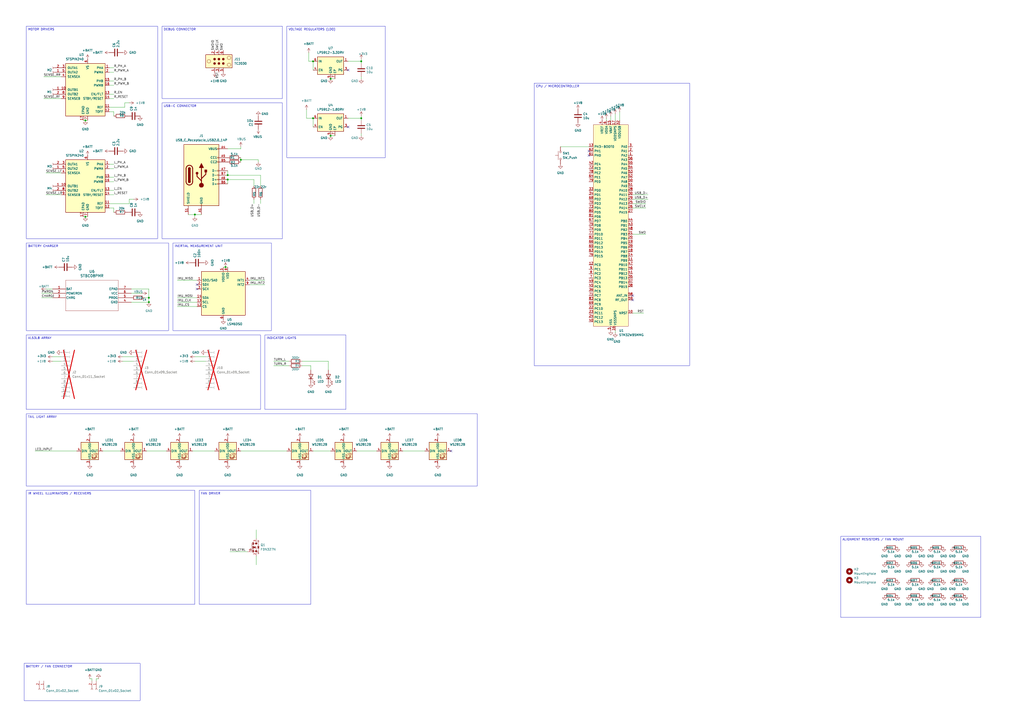
<source format=kicad_sch>
(kicad_sch (version 20250114) (generator "eeschema") (generator_version "9.0")
  (paper "A2")
  (text_box "ALIGNMENT RESISTORS / FAN MOUNT" (at 487.68 311.15 0) (size 81.28 46.99) (margins 0.9525 0.9525 0.9525 0.9525) (effects (font (size 1.27 1.27)) (justify left top)))
  (text_box "MOTOR DRIVERS" (at 15.24 15.24 0) (size 76.2 123.19) (margins 0.9525 0.9525 0.9525 0.9525) (effects (font (size 1.27 1.27)) (justify left top)))
  (text_box "CPU / MICROCONTROLLER" (at 309.88 48.26 0) (size 90.17 163.83) (margins 0.9525 0.9525 0.9525 0.9525) (effects (font (size 1.27 1.27)) (justify left top)))
  (text_box "INERTIAL MEASUREMENT UNIT" (at 100.33 140.97 0) (size 57.15 50.8) (margins 0.9525 0.9525 0.9525 0.9525) (effects (font (size 1.27 1.27)) (justify left top)))
  (text_box "IR WHEEL ILLUMINATORS / RECEIVERS" (at 15.24 284.48 0) (size 97.79 66.04) (margins 0.9525 0.9525 0.9525 0.9525) (effects (font (size 1.27 1.27)) (justify left top)))
  (text_box "VOLTAGE REGULATORS (LDO)" (at 166.37 15.24 0) (size 57.15 76.2) (margins 0.9525 0.9525 0.9525 0.9525) (effects (font (size 1.27 1.27)) (justify left top)))
  (text_box "BATTERY / FAN CONNECTOR" (at 13.97 384.81 0) (size 67.31 21.59) (margins 0.9525 0.9525 0.9525 0.9525) (effects (font (size 1.27 1.27)) (justify left top)))
  (text_box "USB-C CONNECTOR" (at 93.98 59.69 0) (size 69.85 78.74) (margins 0.9525 0.9525 0.9525 0.9525) (effects (font (size 1.27 1.27)) (justify left top)))
  (text_box "TAIL LIGHT ARRAY" (at 15.24 240.03 0) (size 261.62 41.91) (margins 0.9525 0.9525 0.9525 0.9525) (effects (font (size 1.27 1.27)) (justify left top)))
  (text_box "BATTERY CHARGER" (at 15.24 140.97 0) (size 82.55 50.8) (margins 0.9525 0.9525 0.9525 0.9525) (effects (font (size 1.27 1.27)) (justify left top)))
  (text_box "INDICATOR LIGHTS" (at 153.67 194.31 0) (size 46.99 43.18) (margins 0.9525 0.9525 0.9525 0.9525) (effects (font (size 1.27 1.27)) (justify left top)))
  (text_box "FAN DRIVER" (at 115.57 284.48 0) (size 64.77 66.04) (margins 0.9525 0.9525 0.9525 0.9525) (effects (font (size 1.27 1.27)) (justify left top)))
  (text_box "VL53L8 ARRAY" (at 15.24 194.31 0) (size 135.89 43.18) (margins 0.9525 0.9525 0.9525 0.9525) (effects (font (size 1.27 1.27)) (justify left top)))
  (text_box "DEBUG CONNECTOR" (at 93.98 15.24 0) (size 69.85 41.91) (margins 0.9525 0.9525 0.9525 0.9525) (effects (font (size 1.27 1.27)) (justify left top)))
  (junction (at 49.53 125.73))
  (junction (at 86.36 172.72))
  (junction (at 191.77 45.72))
  (junction (at 181.61 35.56))
  (junction (at 209.55 35.56))
  (junction (at 130.81 154.94))
  (junction (at 191.77 78.74))
  (junction (at 49.53 69.85))
  (junction (at 132.08 101.6))
  (junction (at 209.55 68.58))
  (junction (at 132.08 104.14))
  (junction (at 139.7 92.71))
  (junction (at 113.03 124.46))
  (junction (at 86.36 175.26))
  (junction (at 181.61 68.58))
  (no_connect (at 114.3 165.1))
  (no_connect (at 367.03 171.45))
  (no_connect (at 367.03 173.99))
  (no_connect (at 261.62 261.62))
  (no_connect (at 341.63 87.63))
  (no_connect (at 201.93 73.66))
  (no_connect (at 201.93 40.64))
  (no_connect (at 114.3 167.64))
  (no_connect (at 341.63 90.17))
  (wire (pts (xy 49.53 125.73) (xy 50.8 125.73)))
  (wire (pts (xy 158.75 212.09) (xy 167.64 212.09)))
  (wire (pts (xy 63.5 57.15) (xy 66.04 57.15)))
  (wire (pts (xy 367.03 113.03) (xy 375.92 113.03)))
  (wire (pts (xy 356.87 193.04) (xy 356.87 191.77)))
  (wire (pts (xy 63.5 64.77) (xy 66.04 64.77)))
  (wire (pts (xy 113.03 207.01) (xy 119.38 207.01)))
  (wire (pts (xy 180.34 212.09) (xy 180.34 214.63)))
  (wire (pts (xy 351.79 68.58) (xy 351.79 69.85)))
  (wire (pts (xy 175.26 212.09) (xy 180.34 212.09)))
  (wire (pts (xy 63.5 97.79) (xy 66.04 97.79)))
  (wire (pts (xy 133.35 320.04) (xy 143.51 320.04)))
  (wire (pts (xy 102.87 175.26) (xy 114.3 175.26)))
  (wire (pts (xy 201.93 35.56) (xy 209.55 35.56)))
  (wire (pts (xy 30.48 209.55) (xy 35.56 209.55)))
  (wire (pts (xy 179.07 30.48) (xy 179.07 35.56)))
  (wire (pts (xy 63.5 102.87) (xy 66.04 102.87)))
  (wire (pts (xy 139.7 92.71) (xy 149.86 92.71)))
  (wire (pts (xy 148.59 307.34) (xy 148.59 312.42)))
  (wire (pts (xy 113.03 209.55) (xy 119.38 209.55)))
  (wire (pts (xy 63.5 95.25) (xy 66.04 95.25)))
  (wire (pts (xy 59.69 261.62) (xy 69.85 261.62)))
  (wire (pts (xy 132.08 86.36) (xy 139.7 86.36)))
  (wire (pts (xy 74.93 118.11) (xy 63.5 118.11)))
  (wire (pts (xy 148.59 322.58) (xy 148.59 327.66)))
  (wire (pts (xy 76.2 170.18) (xy 82.55 170.18)))
  (wire (pts (xy 26.67 100.33) (xy 35.56 100.33)))
  (wire (pts (xy 209.55 77.47) (xy 209.55 78.74)))
  (wire (pts (xy 24.13 172.72) (xy 30.48 172.72)))
  (wire (pts (xy 181.61 68.58) (xy 181.61 73.66)))
  (wire (pts (xy 130.81 154.94) (xy 132.08 154.94)))
  (wire (pts (xy 191.77 45.72) (xy 194.31 45.72)))
  (wire (pts (xy 86.36 172.72) (xy 86.36 175.26)))
  (wire (pts (xy 367.03 181.61) (xy 373.38 181.61)))
  (wire (pts (xy 132.08 104.14) (xy 132.08 106.68)))
  (wire (pts (xy 109.22 124.46) (xy 113.03 124.46)))
  (wire (pts (xy 83.82 172.72) (xy 86.36 172.72)))
  (wire (pts (xy 209.55 68.58) (xy 209.55 69.85)))
  (wire (pts (xy 76.2 175.26) (xy 86.36 175.26)))
  (wire (pts (xy 354.33 67.31) (xy 354.33 69.85)))
  (wire (pts (xy 24.13 170.18) (xy 30.48 170.18)))
  (wire (pts (xy 57.15 393.7) (xy 55.88 393.7)))
  (wire (pts (xy 74.93 115.57) (xy 77.47 115.57)))
  (wire (pts (xy 139.7 85.09) (xy 139.7 86.36)))
  (wire (pts (xy 147.32 115.57) (xy 147.32 118.11)))
  (wire (pts (xy 25.4 57.15) (xy 35.56 57.15)))
  (wire (pts (xy 66.04 64.77) (xy 66.04 67.31)))
  (wire (pts (xy 132.08 104.14) (xy 147.32 104.14)))
  (wire (pts (xy 63.5 46.99) (xy 66.04 46.99)))
  (wire (pts (xy 233.68 261.62) (xy 246.38 261.62)))
  (wire (pts (xy 209.55 67.31) (xy 209.55 68.58)))
  (wire (pts (xy 356.87 66.04) (xy 356.87 69.85)))
  (wire (pts (xy 63.5 120.65) (xy 66.04 120.65)))
  (wire (pts (xy 111.76 261.62) (xy 124.46 261.62)))
  (wire (pts (xy 113.03 125.73) (xy 113.03 124.46)))
  (wire (pts (xy 209.55 35.56) (xy 209.55 36.83)))
  (wire (pts (xy 71.12 209.55) (xy 77.47 209.55)))
  (wire (pts (xy 132.08 101.6) (xy 132.08 99.06)))
  (wire (pts (xy 85.09 261.62) (xy 96.52 261.62)))
  (wire (pts (xy 139.7 261.62) (xy 166.37 261.62)))
  (wire (pts (xy 190.5 209.55) (xy 190.5 214.63)))
  (wire (pts (xy 86.36 167.64) (xy 86.36 172.72)))
  (wire (pts (xy 191.77 78.74) (xy 194.31 78.74)))
  (wire (pts (xy 177.8 63.5) (xy 177.8 68.58)))
  (wire (pts (xy 367.03 135.89) (xy 374.65 135.89)))
  (wire (pts (xy 74.93 115.57) (xy 74.93 118.11)))
  (wire (pts (xy 149.86 92.71) (xy 149.86 93.98)))
  (wire (pts (xy 129.54 154.94) (xy 130.81 154.94)))
  (wire (pts (xy 26.67 113.03) (xy 35.56 113.03)))
  (wire (pts (xy 63.5 49.53) (xy 66.04 49.53)))
  (wire (pts (xy 341.63 85.09) (xy 325.12 85.09)))
  (wire (pts (xy 72.39 62.23) (xy 63.5 62.23)))
  (wire (pts (xy 151.13 115.57) (xy 151.13 118.11)))
  (wire (pts (xy 63.5 110.49) (xy 66.04 110.49)))
  (wire (pts (xy 209.55 44.45) (xy 209.55 45.72)))
  (wire (pts (xy 367.03 118.11) (xy 374.65 118.11)))
  (wire (pts (xy 367.03 120.65) (xy 374.65 120.65)))
  (wire (pts (xy 63.5 113.03) (xy 66.04 113.03)))
  (wire (pts (xy 20.32 261.62) (xy 44.45 261.62)))
  (wire (pts (xy 139.7 92.71) (xy 139.7 93.98)))
  (wire (pts (xy 367.03 115.57) (xy 375.92 115.57)))
  (wire (pts (xy 359.41 64.77) (xy 359.41 69.85)))
  (wire (pts (xy 181.61 35.56) (xy 181.61 40.64)))
  (wire (pts (xy 26.67 167.64) (xy 30.48 167.64)))
  (wire (pts (xy 102.87 162.56) (xy 114.3 162.56)))
  (wire (pts (xy 25.4 44.45) (xy 35.56 44.45)))
  (wire (pts (xy 49.53 69.85) (xy 50.8 69.85)))
  (wire (pts (xy 207.01 261.62) (xy 218.44 261.62)))
  (wire (pts (xy 48.26 69.85) (xy 49.53 69.85)))
  (wire (pts (xy 66.04 120.65) (xy 66.04 123.19)))
  (wire (pts (xy 102.87 172.72) (xy 114.3 172.72)))
  (wire (pts (xy 76.2 167.64) (xy 86.36 167.64)))
  (wire (pts (xy 113.03 124.46) (xy 116.84 124.46)))
  (wire (pts (xy 132.08 101.6) (xy 151.13 101.6)))
  (wire (pts (xy 52.07 393.7) (xy 53.34 393.7)))
  (wire (pts (xy 177.8 68.58) (xy 181.61 68.58)))
  (wire (pts (xy 209.55 34.29) (xy 209.55 35.56)))
  (wire (pts (xy 139.7 91.44) (xy 139.7 92.71)))
  (wire (pts (xy 72.39 59.69) (xy 72.39 62.23)))
  (wire (pts (xy 102.87 177.8) (xy 114.3 177.8)))
  (wire (pts (xy 144.78 165.1) (xy 153.67 165.1)))
  (wire (pts (xy 71.12 207.01) (xy 77.47 207.01)))
  (wire (pts (xy 147.32 104.14) (xy 147.32 107.95)))
  (wire (pts (xy 48.26 125.73) (xy 49.53 125.73)))
  (wire (pts (xy 158.75 209.55) (xy 167.64 209.55)))
  (wire (pts (xy 201.93 68.58) (xy 209.55 68.58)))
  (wire (pts (xy 179.07 35.56) (xy 181.61 35.56)))
  (wire (pts (xy 175.26 209.55) (xy 190.5 209.55)))
  (wire (pts (xy 63.5 41.91) (xy 66.04 41.91)))
  (wire (pts (xy 53.34 393.7) (xy 53.34 394.97)))
  (wire (pts (xy 63.5 54.61) (xy 66.04 54.61)))
  (wire (pts (xy 151.13 101.6) (xy 151.13 107.95)))
  (wire (pts (xy 55.88 393.7) (xy 55.88 394.97)))
  (wire (pts (xy 63.5 39.37) (xy 66.04 39.37)))
  (wire (pts (xy 72.39 59.69) (xy 74.93 59.69)))
  (wire (pts (xy 30.48 207.01) (xy 35.56 207.01)))
  (wire (pts (xy 181.61 261.62) (xy 191.77 261.62)))
  (wire (pts (xy 63.5 105.41) (xy 66.04 105.41)))
  (wire (pts (xy 144.78 162.56) (xy 153.67 162.56)))
  (label "RST" (at 373.38 181.61 180))
  (label "L_RESET" (at 66.04 113.03 0))
  (label "R_PH_B" (at 66.04 46.99 0))
  (label "SWO" (at 129.54 29.21 90))
  (label "IMU_MISO" (at 102.87 162.56 0))
  (label "R_RESET" (at 66.04 57.15 0))
  (label "IMU_CLK" (at 102.87 175.26 0))
  (label "L_PH_A" (at 66.04 95.25 0))
  (label "SWO" (at 374.65 135.89 180))
  (label "L_EN" (at 66.04 110.49 0))
  (label "RST" (at 127 41.91 270))
  (label "SWCLK" (at 127 29.21 90))
  (label "IMU_CS" (at 102.87 177.8 0))
  (label "L_PWM_A" (at 66.04 97.79 0))
  (label "SWDIO" (at 374.65 118.11 180))
  (label "IMU_INT2" (at 153.67 165.1 180))
  (label "R_PH_A" (at 66.04 39.37 0))
  (label "TURN_R" (at 158.75 212.09 0))
  (label "SWDIO" (at 124.46 29.21 90))
  (label "R_PWM_A" (at 66.04 41.91 0))
  (label "LED_INPUT" (at 20.32 261.62 0))
  (label "SENSE_LR" (at 26.67 113.03 0))
  (label "IMU_MOSI" (at 102.87 172.72 0))
  (label "FAN_CTRL" (at 133.35 320.04 0))
  (label "USB_D+" (at 375.92 115.57 180))
  (label "IMU_INT1" (at 153.67 162.56 180))
  (label "SENSE_RF" (at 25.4 57.15 0))
  (label "USB_D-" (at 375.92 113.03 180))
  (label "R_EN" (at 66.04 54.61 0))
  (label "USB_D+" (at 147.32 118.11 270))
  (label "SENSE_LF" (at 26.67 100.33 0))
  (label "L_PWM_B" (at 66.04 105.41 0))
  (label "PWRON" (at 24.13 170.18 0))
  (label "CHARGE" (at 24.13 172.72 0))
  (label "R_PWM_B" (at 66.04 49.53 0))
  (label "L_PH_B" (at 66.04 102.87 0))
  (label "SWCLK" (at 374.65 120.65 180))
  (label "SENSE_RR" (at 25.4 44.45 0))
  (label "TURN_L" (at 158.75 209.55 0))
  (label "USB_D-" (at 151.13 118.11 270))
  (symbol (lib_id "power:+1V8") (at 335.28 63.5 0) (unit 1)
    (property "Reference" "#PWR08" (effects (hide yes)))
    (property "Value" "+1V8" (at 335.28 59.69 0))
    (property "Description" "Power symbol creates a global label with name \"+1V8\"" (effects (hide yes)))
  )
  (symbol (lib_id "power:+1V8") (at 30.48 209.55 90) (unit 1)
    (property "Reference" "#PWR0104" (effects (hide yes)))
    (property "Value" "+1V8" (at 26.67 209.5499 90) (effects (justify left)))
    (property "Description" "Power symbol creates a global label with name \"+1V8\"" (effects (hide yes)))
  )
  (symbol (lib_id "power:GND") (at 560.07 326.39 0) (unit 1)
    (property "Reference" "#PWR099" (effects (hide yes)))
    (property "Value" "GND" (at 560.07 331.47 0))
    (property "Description" "Power symbol creates a global label with name \"GND\" , ground" (effects (hide yes)))
  )
  (symbol (lib_name "GND_29") (lib_id "power:GND") (at 149.86 93.98 0) (unit 1)
    (property "Reference" "#PWR02" (effects (hide yes)))
    (property "Value" "GND" (at 149.86 97.79 0))
  )
  (symbol (lib_id "power:GND") (at 560.07 336.55 0) (unit 1)
    (property "Reference" "#PWR0100" (effects (hide yes)))
    (property "Value" "GND" (at 560.07 341.63 0))
    (property "Description" "Power symbol creates a global label with name \"GND\" , ground" (effects (hide yes)))
  )
  (symbol (lib_id "2024-11-26_16-37-43:STBC08PMR") (at 30.48 167.64 0) (unit 1)
    (property "Reference" "U6" (at 53.34 157.48 0) (effects (font (size 1.524 1.524))))
    (property "Value" "STBC08PMR" (at 53.34 160.02 0) (effects (font (size 1.524 1.524))))
    (property "Footprint" "stbc08:DFN6_3X3_STM" (effects (hide yes)))
    (property "Datasheet" "STBC08PMR" (effects (hide yes)))
  )
  (symbol (lib_id "power:GND") (at 520.7 336.55 0) (unit 1)
    (property "Reference" "#PWR076" (effects (hide yes)))
    (property "Value" "GND" (at 520.7 341.63 0))
    (property "Description" "Power symbol creates a global label with name \"GND\" , ground" (effects (hide yes)))
  )
  (symbol (lib_id "Connector:Conn_01x02_Socket") (at 30.48 107.95 0) (mirror y) (unit 1)
    (property "Reference" "M4" (at 28.702 109.22 0))
    (property "Value" "Conn_01x02_Socket" (effects (hide yes)))
    (property "Footprint" "Connector_JST:JST_SH_BM02B-SRSS-TB_1x02-1MP_P1.00mm_Vertical" (effects (hide yes)))
    (property "Description" "Generic connector, single row, 01x02, script generated" (effects (hide yes)))
  )
  (symbol (lib_id "Device:R") (at 171.45 212.09 90) (unit 1)
    (property "Reference" "R4" (at 172.466 212.09 90))
    (property "Value" "300r" (at 171.45 214.122 90))
    (property "Footprint" "Resistor_SMD:R_0402_1005Metric" (effects (hide yes)))
  )
  (symbol (lib_id "power:GND") (at 539.75 336.55 0) (unit 1)
    (property "Reference" "#PWR088" (effects (hide yes)))
    (property "Value" "GND" (at 539.75 341.63 0))
    (property "Description" "Power symbol creates a global label with name \"GND\" , ground" (effects (hide yes)))
  )
  (symbol (lib_id "Driver_Motor:STSPIN240") (at 50.8 107.95 0) (mirror y) (unit 1)
    (property "Reference" "U2" (at 48.6059 87.63 0) (effects (justify left)))
    (property "Value" "STSPIN240" (at 48.6059 90.17 0) (effects (justify left)))
    (property "Footprint" "Package_DFN_QFN:VQFN-16-1EP_3x3mm_P0.5mm_EP1.8x1.8mm" (effects (hide yes)))
    (property "Datasheet" "www.st.com/resource/en/datasheet/stspin240.pdf" (effects (hide yes)))
    (property "Description" "Low voltage dual brush DC motor driver, 1.8V to 10V input, 1.3Arms output, 0.4Ω Rdson per phase (typical), QFN-16 package" (effects (hide yes)))
    (property "LCSC" "C962258" (effects (hide yes)))
  )
  (symbol (lib_id "power:+BATT") (at 177.8 63.5 0) (unit 1)
    (property "Reference" "#PWR066" (effects (hide yes)))
    (property "Value" "+BATT" (at 177.8 58.42 0))
    (property "Description" "Power symbol creates a global label with name \"+BATT\"" (effects (hide yes)))
  )
  (symbol (lib_id "Switch:SW_Push") (at 325.12 90.17 90) (unit 1)
    (property "Reference" "SW1" (at 326.39 88.8999 90) (effects (justify right)))
    (property "Value" "SW_Push" (at 326.39 91.4399 90) (effects (justify right)))
    (property "Footprint" "Button_Switch_SMD:SW_SPST_PTS810" (effects (hide yes)))
    (property "Description" "Push button switch, generic, two pins" (effects (hide yes)))
  )
  (symbol (lib_id "power:GND") (at 71.12 30.48 90) (unit 1)
    (property "Reference" "#PWR034" (effects (hide yes)))
    (property "Value" "GND" (at 74.93 30.4799 90) (effects (justify right)))
    (property "Description" "Power symbol creates a global label with name \"GND\" , ground" (effects (hide yes)))
  )
  (symbol (lib_id "Connector:Conn_01x02_Socket") (at 30.48 41.91 180) (unit 1)
    (property "Reference" "M2" (at 28.702 40.64 0))
    (property "Value" "Conn_01x02_Socket" (effects (hide yes)))
    (property "Footprint" "Connector_JST:JST_SH_BM02B-SRSS-TB_1x02-1MP_P1.00mm_Vertical" (effects (hide yes)))
    (property "Description" "Generic connector, single row, 01x02, script generated" (effects (hide yes)))
  )
  (symbol (lib_id "power:+1V8") (at 359.41 64.77 0) (unit 1)
    (property "Reference" "#PWR013" (effects (hide yes)))
    (property "Value" "+1V8" (at 359.41 60.96 0))
    (property "Description" "Power symbol creates a global label with name \"+1V8\"" (effects (hide yes)))
  )
  (symbol (lib_id "power:+1V8") (at 113.03 209.55 90) (unit 1)
    (property "Reference" "#PWR046" (effects (hide yes)))
    (property "Value" "+1V8" (at 109.22 209.5499 90) (effects (justify left)))
    (property "Description" "Power symbol creates a global label with name \"+1V8\"" (effects (hide yes)))
  )
  (symbol (lib_id "power:GND") (at 199.39 269.24 0) (unit 1)
    (property "Reference" "#PWR051" (effects (hide yes)))
    (property "Value" "GND" (at 199.39 275.59 0))
    (property "Description" "Power symbol creates a global label with name \"GND\" , ground" (effects (hide yes)))
  )
  (symbol (lib_id "Device:R") (at 556.26 326.39 270) (unit 1)
    (property "Reference" "MR14" (at 555.498 326.644 90))
    (property "Value" "5.1k" (at 556.26 328.93 90))
    (property "Footprint" "Resistor_SMD:R_0402_1005Metric" (effects (hide yes)))
    (property "LCSC" "C105872" (effects (hide yes)))
  )
  (symbol (lib_name "+3V3_1") (lib_id "power:+3V3") (at 30.48 207.01 90) (unit 1)
    (property "Reference" "#PWR045" (effects (hide yes)))
    (property "Value" "+3V3" (at 24.13 206.502 90))
  )
  (symbol (lib_id "power:+BATT") (at 52.07 254 0) (unit 1)
    (property "Reference" "#PWR057" (effects (hide yes)))
    (property "Value" "+BATT" (at 52.07 248.92 0))
    (property "Description" "Power symbol creates a global label with name \"+BATT\"" (effects (hide yes)))
  )
  (symbol (lib_id "Device:R") (at 543.56 336.55 270) (unit 1)
    (property "Reference" "MR11" (at 542.798 336.804 90))
    (property "Value" "5.1k" (at 543.56 339.09 90))
    (property "Footprint" "Resistor_SMD:R_0402_1005Metric" (effects (hide yes)))
    (property "LCSC" "C105872" (effects (hide yes)))
  )
  (symbol (lib_id "power:GND") (at 354.33 191.77 0) (unit 1)
    (property "Reference" "#PWR014" (effects (hide yes)))
    (property "Value" "GND" (at 354.076 196.85 0))
    (property "Description" "Power symbol creates a global label with name \"GND\" , ground" (effects (hide yes)))
  )
  (symbol (lib_id "Device:R") (at 556.26 345.44 270) (unit 1)
    (property "Reference" "MR16" (at 555.498 345.694 90))
    (property "Value" "5.1k" (at 556.26 347.98 90))
    (property "Footprint" "Resistor_SMD:R_0402_1005Metric" (effects (hide yes)))
    (property "LCSC" "C105872" (effects (hide yes)))
  )
  (symbol (lib_id "power:GND") (at 119.38 204.47 270) (unit 1)
    (property "Reference" "#PWR043" (effects (hide yes)))
    (property "Value" "GND" (at 115.57 204.4699 90) (effects (justify right)))
    (property "Description" "Power symbol creates a global label with name \"GND\" , ground" (effects (hide yes)))
  )
  (symbol (lib_id "power:GND") (at 513.08 317.5 0) (unit 1)
    (property "Reference" "#PWR070" (effects (hide yes)))
    (property "Value" "GND" (at 513.08 322.58 0))
    (property "Description" "Power symbol creates a global label with name \"GND\" , ground" (effects (hide yes)))
  )
  (symbol (lib_id "Regulator_Linear:LP5912-1.8DRV") (at 191.77 71.12 0) (unit 1)
    (property "Reference" "U4" (at 191.77 60.96 0))
    (property "Value" "LP5912-1.8DRV" (at 191.77 63.5 0))
    (property "Footprint" "Package_SON:WSON-6-1EP_2x2mm_P0.65mm_EP1x1.6mm_ThermalVias" (effects (hide yes)))
    (property "Datasheet" "http://www.ti.com/lit/ds/symlink/lp5912.pdf" (effects (hide yes)))
    (property "Description" "500-mA Ultra-Low-Noise Low-IQ LDO, 1.8V, WSON-6" (effects (hide yes)))
  )
  (symbol (lib_id "LED:WS2812B") (at 226.06 261.62 0) (unit 1)
    (property "Reference" "LED7" (at 237.49 255.3014 0))
    (property "Value" "WS2812B" (at 237.49 257.8414 0))
    (property "Footprint" "1010rgbled:LED-SMD_4P-L1.0-W1.0-TL_XL-1010RGBC-WS2812B" (effects (hide yes)))
    (property "Datasheet" "https://cdn-shop.adafruit.com/datasheets/WS2812B.pdf" (effects (hide yes)))
    (property "Description" "RGB LED with integrated controller" (effects (hide yes)))
  )
  (symbol (lib_id "power:GND") (at 35.56 204.47 270) (unit 1)
    (property "Reference" "#PWR019" (effects (hide yes)))
    (property "Value" "GND" (at 31.75 204.4699 90) (effects (justify right)))
    (property "Description" "Power symbol creates a global label with name \"GND\" , ground" (effects (hide yes)))
  )
  (symbol (lib_id "power:+1V8") (at 77.47 115.57 270) (unit 1)
    (property "Reference" "#PWR035" (effects (hide yes)))
    (property "Value" "+1V8" (at 81.28 115.5699 90) (effects (justify left)))
    (property "Description" "Power symbol creates a global label with name \"+1V8\"" (effects (hide yes)))
  )
  (symbol (lib_id "Device:R") (at 80.01 172.72 270) (unit 1)
    (property "Reference" "R10" (at 80.772 172.72 90))
    (property "Value" "1k" (at 83.82 173.736 90))
    (property "Footprint" "Resistor_SMD:R_0402_1005Metric" (effects (hide yes)))
  )
  (symbol (lib_id "power:GND") (at 560.07 345.44 0) (unit 1)
    (property "Reference" "#PWR0101" (effects (hide yes)))
    (property "Value" "GND" (at 560.07 350.52 0))
    (property "Description" "Power symbol creates a global label with name \"GND\" , ground" (effects (hide yes)))
  )
  (symbol (lib_id "power:+BATT") (at 254 254 0) (unit 1)
    (property "Reference" "#PWR064" (effects (hide yes)))
    (property "Value" "+BATT" (at 254 248.92 0))
    (property "Description" "Power symbol creates a global label with name \"+BATT\"" (effects (hide yes)))
  )
  (symbol (lib_id "power:+BATT") (at 199.39 254 0) (unit 1)
    (property "Reference" "#PWR062" (effects (hide yes)))
    (property "Value" "+BATT" (at 199.39 248.92 0))
    (property "Description" "Power symbol creates a global label with name \"+BATT\"" (effects (hide yes)))
  )
  (symbol (lib_id "Device:R") (at 151.13 111.76 0) (unit 1)
    (property "Reference" "R6" (at 151.384 112.522 90))
    (property "Value" "22r" (at 152.908 108.458 0))
    (property "Footprint" "Resistor_SMD:R_0201_0603Metric" (effects (hide yes)))
    (property "LCSC" "C105872" (effects (hide yes)))
  )
  (symbol (lib_id "power:GND") (at 81.28 123.19 0) (unit 1)
    (property "Reference" "#PWR036" (effects (hide yes)))
    (property "Value" "GND" (at 81.28 128.27 0))
    (property "Description" "Power symbol creates a global label with name \"GND\" , ground" (effects (hide yes)))
  )
  (symbol (lib_id "Device:R") (at 171.45 209.55 90) (unit 1)
    (property "Reference" "R3" (at 172.466 209.55 90))
    (property "Value" "300r" (at 171.45 207.518 90))
    (property "Footprint" "Resistor_SMD:R_0402_1005Metric" (effects (hide yes)))
  )
  (symbol (lib_id "power:GND") (at 552.45 317.5 0) (unit 1)
    (property "Reference" "#PWR094" (effects (hide yes)))
    (property "Value" "GND" (at 552.45 322.58 0))
    (property "Description" "Power symbol creates a global label with name \"GND\" , ground" (effects (hide yes)))
  )
  (symbol (lib_id "Device:R") (at 135.89 93.98 270) (unit 1)
    (property "Reference" "R2" (at 135.128 94.234 90))
    (property "Value" "5.1k" (at 135.89 96.012 90))
    (property "Footprint" "Resistor_SMD:R_0402_1005Metric" (effects (hide yes)))
    (property "LCSC" "C105872" (effects (hide yes)))
  )
  (symbol (lib_id "power:GND") (at 49.53 125.73 0) (unit 1)
    (property "Reference" "#PWR017" (effects (hide yes)))
    (property "Value" "GND" (at 49.53 130.81 0))
    (property "Description" "Power symbol creates a global label with name \"GND\" , ground" (effects (hide yes)))
  )
  (symbol (lib_id "power:+BATT") (at 34.29 154.94 90) (unit 1)
    (property "Reference" "#PWR041" (effects (hide yes)))
    (property "Value" "+BATT" (at 30.48 154.9399 90) (effects (justify left)))
    (property "Description" "Power symbol creates a global label with name \"+BATT\"" (effects (hide yes)))
  )
  (symbol (lib_id "power:VBUS") (at 82.55 170.18 270) (unit 1)
    (property "Reference" "#PWR065" (effects (hide yes)))
    (property "Value" "VBUS" (at 80.264 169.164 90))
    (property "Description" "Power symbol creates a global label with name \"VBUS\"" (effects (hide yes)))
  )
  (symbol (lib_id "power:GND") (at 527.05 326.39 0) (unit 1)
    (property "Reference" "#PWR079" (effects (hide yes)))
    (property "Value" "GND" (at 527.05 331.47 0))
    (property "Description" "Power symbol creates a global label with name \"GND\" , ground" (effects (hide yes)))
  )
  (symbol (lib_id "power:+1V8") (at 130.81 154.94 0) (unit 1)
    (property "Reference" "#PWR025" (effects (hide yes)))
    (property "Value" "+1V8" (at 130.81 151.13 0))
    (property "Description" "Power symbol creates a global label with name \"+1V8\"" (effects (hide yes)))
  )
  (symbol (lib_name "VBUS_1") (lib_id "power:VBUS") (at 149.86 74.93 180) (unit 1)
    (property "Reference" "#PWR067" (effects (hide yes)))
    (property "Value" "VBUS" (at 149.479 79.3242 0))
  )
  (symbol (lib_id "power:GND") (at 113.03 125.73 0) (unit 1)
    (property "Reference" "#PWR016" (effects (hide yes)))
    (property "Value" "GND" (at 113.03 130.81 0))
    (property "Description" "Power symbol creates a global label with name \"GND\" , ground" (effects (hide yes)))
  )
  (symbol (lib_id "power:GND") (at 539.75 317.5 0) (unit 1)
    (property "Reference" "#PWR086" (effects (hide yes)))
    (property "Value" "GND" (at 539.75 322.58 0))
    (property "Description" "Power symbol creates a global label with name \"GND\" , ground" (effects (hide yes)))
  )
  (symbol (lib_id "Device:C") (at 209.55 40.64 0) (unit 1)
    (property "Reference" "C10" (at 212.471 39.4716 0) (effects (justify left)))
    (property "Value" "10u" (at 212.471 41.783 0) (effects (justify left)))
    (property "Footprint" "Capacitor_SMD:C_0805_2012Metric" (effects (hide yes)))
    (property "LCSC" "C408141" (effects (hide yes)))
  )
  (symbol (lib_id "Device:LED") (at 180.34 218.44 90) (unit 1)
    (property "Reference" "D1" (at 184.15 218.7574 90) (effects (justify right)))
    (property "Value" "LED" (at 184.15 221.2974 90) (effects (justify right)))
    (property "Footprint" "LED_SMD:LED_0402_1005Metric" (effects (hide yes)))
    (property "Description" "Light emitting diode" (effects (hide yes)))
  )
  (symbol (lib_id "power:GND") (at 77.47 204.47 270) (unit 1)
    (property "Reference" "#PWR020" (effects (hide yes)))
    (property "Value" "GND" (at 73.66 204.4699 90) (effects (justify right)))
    (property "Description" "Power symbol creates a global label with name \"GND\" , ground" (effects (hide yes)))
  )
  (symbol (lib_id "power:+BATT") (at 63.5 30.48 90) (unit 1)
    (property "Reference" "#PWR033" (effects (hide yes)))
    (property "Value" "+BATT" (at 59.69 30.4799 90) (effects (justify left)))
    (property "Description" "Power symbol creates a global label with name \"+BATT\"" (effects (hide yes)))
  )
  (symbol (lib_id "power:+1V8") (at 356.87 66.04 0) (unit 1)
    (property "Reference" "#PWR012" (effects (hide yes)))
    (property "Value" "+1V8" (at 356.87 62.23 0))
    (property "Description" "Power symbol creates a global label with name \"+1V8\"" (effects (hide yes)))
  )
  (symbol (lib_id "power:GND") (at 547.37 336.55 0) (unit 1)
    (property "Reference" "#PWR092" (effects (hide yes)))
    (property "Value" "GND" (at 547.37 341.63 0))
    (property "Description" "Power symbol creates a global label with name \"GND\" , ground" (effects (hide yes)))
  )
  (symbol (lib_id "Connector:USB_C_Receptacle_USB2.0_14P") (at 116.84 101.6 0) (unit 1)
    (property "Reference" "J1" (at 116.84 78.74 0))
    (property "Value" "USB_C_Receptacle_USB2.0_14P" (at 116.84 81.28 0))
    (property "Footprint" "Connector_USB:USB_C_Receptacle_HRO_TYPE-C-31-M-12" (effects (hide yes)))
    (property "Datasheet" "https://www.usb.org/sites/default/files/documents/usb_type-c.zip" (effects (hide yes)))
    (property "Description" "USB 2.0-only 14P Type-C Receptacle connector" (effects (hide yes)))
    (property "LCSC" "C165948" (effects (hide yes)))
  )
  (symbol (lib_name "GND_15") (lib_id "power:GND") (at 191.77 45.72 0) (unit 1)
    (property "Reference" "#PWR047" (effects (hide yes)))
    (property "Value" "GND" (at 187.96 46.99 0))
  )
  (symbol (lib_id "power:GND") (at 513.08 326.39 0) (unit 1)
    (property "Reference" "#PWR072" (effects (hide yes)))
    (property "Value" "GND" (at 513.08 331.47 0))
    (property "Description" "Power symbol creates a global label with name \"GND\" , ground" (effects (hide yes)))
  )
  (symbol (lib_id "Connector:Conn_01x09_Socket") (at 124.46 214.63 0) (unit 1) (in_bom no) (dnp yes)
    (property "Reference" "J10" (at 125.73 213.3599 0) (effects (justify left)))
    (property "Value" "Conn_01x09_Socket" (at 125.73 215.8999 0) (effects (justify left)))
    (property "Footprint" "Connector_PinHeader_1.00mm:PinHeader_1x09_P1.00mm_Vertical" (effects (hide yes)))
    (property "Description" "Generic connector, single row, 01x09, script generated" (effects (hide yes)))
  )
  (symbol (lib_id "Device:R") (at 543.56 345.44 270) (unit 1)
    (property "Reference" "MR12" (at 542.798 345.694 90))
    (property "Value" "5.1k" (at 543.56 347.98 90))
    (property "Footprint" "Resistor_SMD:R_0402_1005Metric" (effects (hide yes)))
    (property "LCSC" "C105872" (effects (hide yes)))
  )
  (symbol (lib_id "Device:R") (at 147.32 111.76 0) (unit 1)
    (property "Reference" "R5" (at 147.574 112.522 90))
    (property "Value" "22r" (at 149.098 108.458 0))
    (property "Footprint" "Resistor_SMD:R_0201_0603Metric" (effects (hide yes)))
    (property "LCSC" "C105872" (effects (hide yes)))
  )
  (symbol (lib_id "LED:WS2812B") (at 104.14 261.62 0) (unit 1)
    (property "Reference" "LED3" (at 115.57 255.3014 0))
    (property "Value" "WS2812B" (at 115.57 257.8414 0))
    (property "Footprint" "1010rgbled:LED-SMD_4P-L1.0-W1.0-TL_XL-1010RGBC-WS2812B" (effects (hide yes)))
    (property "Datasheet" "https://cdn-shop.adafruit.com/datasheets/WS2812B.pdf" (effects (hide yes)))
    (property "Description" "RGB LED with integrated controller" (effects (hide yes)))
  )
  (symbol (lib_id "power:+BATT") (at 179.07 30.48 0) (unit 1)
    (property "Reference" "#PWR0103" (effects (hide yes)))
    (property "Value" "+BATT" (at 179.07 25.4 0))
    (property "Description" "Power symbol creates a global label with name \"+BATT\"" (effects (hide yes)))
  )
  (symbol (lib_id "power:+1V8") (at 354.33 67.31 0) (unit 1)
    (property "Reference" "#PWR07" (effects (hide yes)))
    (property "Value" "+1V8" (at 354.33 63.5 0))
    (property "Description" "Power symbol creates a global label with name \"+1V8\"" (effects (hide yes)))
  )
  (symbol (lib_id "power:GND") (at 129.54 41.91 0) (mirror y) (unit 1)
    (property "Reference" "#PWR0107" (effects (hide yes)))
    (property "Value" "GND" (at 129.54 46.99 0))
    (property "Description" "Power symbol creates a global label with name \"GND\" , ground" (effects (hide yes)))
  )
  (symbol (lib_id "power:GND") (at 552.45 336.55 0) (unit 1)
    (property "Reference" "#PWR096" (effects (hide yes)))
    (property "Value" "GND" (at 552.45 341.63 0))
    (property "Description" "Power symbol creates a global label with name \"GND\" , ground" (effects (hide yes)))
  )
  (symbol (lib_id "Connector:Conn_01x11_Socket") (at 40.64 217.17 0) (unit 1) (in_bom no) (dnp yes)
    (property "Reference" "J2" (at 41.91 215.8999 0) (effects (justify left)))
    (property "Value" "Conn_01x11_Socket" (at 41.91 218.4399 0) (effects (justify left)))
    (property "Footprint" "Connector_PinHeader_1.00mm:PinHeader_1x11_P1.00mm_Vertical" (effects (hide yes)))
    (property "Description" "Generic connector, single row, 01x11, script generated" (effects (hide yes)))
  )
  (symbol (lib_name "+3V3_1") (lib_id "power:+3V3") (at 113.03 207.01 90) (unit 1)
    (property "Reference" "#PWR044" (effects (hide yes)))
    (property "Value" "+3V3" (at 106.68 206.502 90))
  )
  (symbol (lib_name "+3V3_1") (lib_id "power:+3V3") (at 209.55 34.29 0) (unit 1)
    (property "Reference" "#PWR048" (effects (hide yes)))
    (property "Value" "+3V3" (at 210.566 31.242 0))
  )
  (symbol (lib_id "Device:R") (at 516.89 326.39 270) (unit 1)
    (property "Reference" "MR2" (at 516.128 326.644 90))
    (property "Value" "5.1k" (at 516.89 328.93 90))
    (property "Footprint" "Resistor_SMD:R_0402_1005Metric" (effects (hide yes)))
    (property "LCSC" "C105872" (effects (hide yes)))
  )
  (symbol (lib_id "Device:R") (at 543.56 326.39 270) (unit 1)
    (property "Reference" "MR10" (at 542.798 326.644 90))
    (property "Value" "5.1k" (at 543.56 328.93 90))
    (property "Footprint" "Resistor_SMD:R_0402_1005Metric" (effects (hide yes)))
    (property "LCSC" "C105872" (effects (hide yes)))
  )
  (symbol (lib_id "power:GND") (at 356.87 193.04 0) (unit 1)
    (property "Reference" "#PWR015" (effects (hide yes)))
    (property "Value" "GND" (at 357.886 198.12 0))
    (property "Description" "Power symbol creates a global label with name \"GND\" , ground" (effects (hide yes)))
  )
  (symbol (lib_id "power:+BATT") (at 52.07 393.7 0) (unit 1)
    (property "Reference" "#PWR023" (effects (hide yes)))
    (property "Value" "+BATT" (at 52.07 388.62 0))
    (property "Description" "Power symbol creates a global label with name \"+BATT\"" (effects (hide yes)))
  )
  (symbol (lib_id "power:GND") (at 49.53 69.85 0) (unit 1)
    (property "Reference" "#PWR018" (effects (hide yes)))
    (property "Value" "GND" (at 49.53 74.93 0))
    (property "Description" "Power symbol creates a global label with name \"GND\" , ground" (effects (hide yes)))
  )
  (symbol (lib_name "+3V3_1") (lib_id "power:+3V3") (at 71.12 207.01 90) (unit 1)
    (property "Reference" "#PWR0105" (effects (hide yes)))
    (property "Value" "+3V3" (at 64.77 206.502 90))
  )
  (symbol (lib_id "power:GND") (at 547.37 345.44 0) (unit 1)
    (property "Reference" "#PWR093" (effects (hide yes)))
    (property "Value" "GND" (at 547.37 350.52 0))
    (property "Description" "Power symbol creates a global label with name \"GND\" , ground" (effects (hide yes)))
  )
  (symbol (lib_id "power:GND") (at 71.12 87.63 90) (unit 1)
    (property "Reference" "#PWR031" (effects (hide yes)))
    (property "Value" "GND" (at 74.93 87.6299 90) (effects (justify right)))
    (property "Description" "Power symbol creates a global label with name \"GND\" , ground" (effects (hide yes)))
  )
  (symbol (lib_id "Device:R") (at 516.89 345.44 270) (unit 1)
    (property "Reference" "MR4" (at 516.128 345.694 90))
    (property "Value" "5.1k" (at 516.89 347.98 90))
    (property "Footprint" "Resistor_SMD:R_0402_1005Metric" (effects (hide yes)))
    (property "LCSC" "C105872" (effects (hide yes)))
  )
  (symbol (lib_id "Driver_Motor:STSPIN240") (at 50.8 52.07 0) (mirror y) (unit 1)
    (property "Reference" "U3" (at 48.6059 31.75 0) (effects (justify left)))
    (property "Value" "STSPIN240" (at 48.6059 34.29 0) (effects (justify left)))
    (property "Footprint" "Package_DFN_QFN:VQFN-16-1EP_3x3mm_P0.5mm_EP1.8x1.8mm" (effects (hide yes)))
    (property "Datasheet" "www.st.com/resource/en/datasheet/stspin240.pdf" (effects (hide yes)))
    (property "Description" "Low voltage dual brush DC motor driver, 1.8V to 10V input, 1.3Arms output, 0.4Ω Rdson per phase (typical), QFN-16 package" (effects (hide yes)))
    (property "LCSC" "C962258" (effects (hide yes)))
  )
  (symbol (lib_id "power:GND") (at 190.5 222.25 0) (unit 1)
    (property "Reference" "#PWR022" (effects (hide yes)))
    (property "Value" "GND" (at 190.5 227.33 0))
    (property "Description" "Power symbol creates a global label with name \"GND\" , ground" (effects (hide yes)))
  )
  (symbol (lib_id "power:+1V8") (at 615.95 179.07 0) (unit 1)
    (property "Reference" "#PWR0114" (effects (hide yes)))
    (property "Value" "+1V8" (at 615.95 175.26 0))
    (property "Description" "Power symbol creates a global label with name \"+1V8\"" (effects (hide yes)))
  )
  (symbol (lib_id "Device:R") (at 556.26 317.5 270) (unit 1)
    (property "Reference" "MR13" (at 555.498 317.754 90))
    (property "Value" "5.1k" (at 556.26 320.04 90))
    (property "Footprint" "Resistor_SMD:R_0402_1005Metric" (effects (hide yes)))
    (property "LCSC" "C105872" (effects (hide yes)))
  )
  (symbol (lib_id "power:GND") (at 539.75 326.39 0) (unit 1)
    (property "Reference" "#PWR087" (effects (hide yes)))
    (property "Value" "GND" (at 539.75 331.47 0))
    (property "Description" "Power symbol creates a global label with name \"GND\" , ground" (effects (hide yes)))
  )
  (symbol (lib_id "LED:WS2812B") (at 77.47 261.62 0) (unit 1)
    (property "Reference" "LED2" (at 88.9 255.3014 0))
    (property "Value" "WS2812B" (at 88.9 257.8414 0))
    (property "Footprint" "1010rgbled:LED-SMD_4P-L1.0-W1.0-TL_XL-1010RGBC-WS2812B" (effects (hide yes)))
    (property "Datasheet" "https://cdn-shop.adafruit.com/datasheets/WS2812B.pdf" (effects (hide yes)))
    (property "Description" "RGB LED with integrated controller" (effects (hide yes)))
  )
  (symbol (lib_id "Device:R") (at 135.89 91.44 270) (unit 1)
    (property "Reference" "R1" (at 134.874 91.44 90))
    (property "Value" "5.1k" (at 135.89 89.408 90))
    (property "Footprint" "Resistor_SMD:R_0402_1005Metric" (effects (hide yes)))
    (property "LCSC" "C105872" (effects (hide yes)))
  )
  (symbol (lib_id "power:GND") (at 254 269.24 0) (unit 1)
    (property "Reference" "#PWR049" (effects (hide yes)))
    (property "Value" "GND" (at 254 275.59 0))
    (property "Description" "Power symbol creates a global label with name \"GND\" , ground" (effects (hide yes)))
  )
  (symbol (lib_name "GND_1") (lib_id "power:GND") (at 209.55 78.74 0) (unit 1)
    (property "Reference" "#PWR011" (effects (hide yes)))
    (property "Value" "GND" (at 205.74 80.01 0))
  )
  (symbol (lib_id "power:+BATT") (at 132.08 254 0) (unit 1)
    (property "Reference" "#PWR060" (effects (hide yes)))
    (property "Value" "+BATT" (at 132.08 248.92 0))
    (property "Description" "Power symbol creates a global label with name \"+BATT\"" (effects (hide yes)))
  )
  (symbol (lib_id "LED:WS2812B") (at 254 261.62 0) (unit 1)
    (property "Reference" "LED8" (at 265.43 255.3014 0))
    (property "Value" "WS2812B" (at 265.43 257.8414 0))
    (property "Footprint" "1010rgbled:LED-SMD_4P-L1.0-W1.0-TL_XL-1010RGBC-WS2812B" (effects (hide yes)))
    (property "Datasheet" "https://cdn-shop.adafruit.com/datasheets/WS2812B.pdf" (effects (hide yes)))
    (property "Description" "RGB LED with integrated controller" (effects (hide yes)))
  )
  (symbol (lib_id "power:GND") (at 552.45 326.39 0) (unit 1)
    (property "Reference" "#PWR095" (effects (hide yes)))
    (property "Value" "GND" (at 552.45 331.47 0))
    (property "Description" "Power symbol creates a global label with name \"GND\" , ground" (effects (hide yes)))
  )
  (symbol (lib_id "FDN327N:FDN327N") (at 148.59 317.5 0) (unit 1)
    (property "Reference" "Q1" (at 151.13 316.1248 0) (effects (justify left)))
    (property "Value" "FDN327N" (at 151.13 318.6648 0) (effects (justify left)))
    (property "Footprint" "FDN327N:SSOT-3" (effects (hide yes)))
  )
  (symbol (lib_id "Mechanical:MountingHole") (at 492.76 331.47 0) (unit 1) (in_bom no)
    (property "Reference" "H2" (at 495.3 330.1999 0) (effects (justify left)))
    (property "Value" "MountingHole" (at 495.3 332.7399 0) (effects (justify left)))
    (property "Footprint" "MountingHole:MountingHole_2.1mm" (effects (hide yes)))
    (property "Description" "Mounting Hole without connection" (effects (hide yes)))
  )
  (symbol (lib_name "VBUS_1") (lib_id "power:VBUS") (at 139.7 85.09 0) (unit 1)
    (property "Reference" "#PWR01" (effects (hide yes)))
    (property "Value" "VBUS" (at 140.081 80.6958 0))
  )
  (symbol (lib_id "Sensor_Motion:LSM6DSL") (at 129.54 170.18 0) (unit 1)
    (property "Reference" "U5" (at 131.7341 185.42 0) (effects (justify left)))
    (property "Value" "LSM6DSO" (at 131.7341 187.96 0) (effects (justify left)))
    (property "Footprint" "Package_LGA:LGA-14_3x2.5mm_P0.5mm_LayoutBorder3x4y" (effects (hide yes)))
    (property "Datasheet" "https://www.st.com/resource/en/datasheet/lsm6dsl.pdf" (effects (hide yes)))
    (property "Description" "I2C/SPI, iNEMO inertial module: always-on 3D accelerometer and 3D gyroscope, 1.71V to 3.6V VCC" (effects (hide yes)))
    (property "LCSC" "C2829074" (effects (hide yes)))
  )
  (symbol (lib_id "power:GND") (at 547.37 317.5 0) (unit 1)
    (property "Reference" "#PWR090" (effects (hide yes)))
    (property "Value" "GND" (at 547.37 322.58 0))
    (property "Description" "Power symbol creates a global label with name \"GND\" , ground" (effects (hide yes)))
  )
  (symbol (lib_id "Device:C") (at 67.31 30.48 90) (unit 1)
    (property "Reference" "C6" (at 66.1416 27.559 0) (effects (justify left)))
    (property "Value" "2.2u" (at 68.453 27.559 0) (effects (justify left)))
    (property "Footprint" "Capacitor_SMD:C_0805_2012Metric" (effects (hide yes)))
  )
  (symbol (lib_id "power:GND") (at 513.08 345.44 0) (unit 1)
    (property "Reference" "#PWR075" (effects (hide yes)))
    (property "Value" "GND" (at 513.08 350.52 0))
    (property "Description" "Power symbol creates a global label with name \"GND\" , ground" (effects (hide yes)))
  )
  (symbol (lib_id "power:GND") (at 173.99 269.24 0) (unit 1)
    (property "Reference" "#PWR052" (effects (hide yes)))
    (property "Value" "GND" (at 173.99 275.59 0))
    (property "Description" "Power symbol creates a global label with name \"GND\" , ground" (effects (hide yes)))
  )
  (symbol (lib_id "Connector:Conn_01x02_Socket") (at 55.88 400.05 270) (unit 1)
    (property "Reference" "J9" (at 57.15 398.1449 90) (effects (justify left)))
    (property "Value" "Conn_01x02_Socket" (at 57.15 400.6849 90) (effects (justify left)))
    (property "Footprint" "Connector_JST:JST_GH_BM02B-GHS-TBT_1x02-1MP_P1.25mm_Vertical" (effects (hide yes)))
    (property "Description" "Generic connector, single row, 01x02, script generated" (effects (hide yes)))
  )
  (symbol (lib_id "Device:C") (at 149.86 71.12 180) (unit 1)
    (property "Reference" "C1" (at 146.939 72.2884 0) (effects (justify left)))
    (property "Value" "10u" (at 146.939 69.977 0) (effects (justify left)))
    (property "Footprint" "Capacitor_SMD:C_0805_2012Metric" (effects (hide yes)))
    (property "LCSC" "C408141" (effects (hide yes)))
  )
  (symbol (lib_id "Device:C") (at 67.31 87.63 90) (unit 1)
    (property "Reference" "C3" (at 66.1416 84.709 0) (effects (justify left)))
    (property "Value" "2.2u" (at 68.453 84.709 0) (effects (justify left)))
    (property "Footprint" "Capacitor_SMD:C_0805_2012Metric" (effects (hide yes)))
  )
  (symbol (lib_id "Device:C") (at 77.47 123.19 90) (unit 1)
    (property "Reference" "C8" (at 76.3016 120.269 0) (effects (justify left)))
    (property "Value" "1n" (at 78.613 120.269 0) (effects (justify left)))
    (property "Footprint" "Capacitor_SMD:C_0402_1005Metric" (effects (hide yes)))
  )
  (symbol (lib_id "power:GND") (at 520.7 345.44 0) (unit 1)
    (property "Reference" "#PWR077" (effects (hide yes)))
    (property "Value" "GND" (at 520.7 350.52 0))
    (property "Description" "Power symbol creates a global label with name \"GND\" , ground" (effects (hide yes)))
  )
  (symbol (lib_id "power:GND") (at 527.05 345.44 0) (unit 1)
    (property "Reference" "#PWR081" (effects (hide yes)))
    (property "Value" "GND" (at 527.05 350.52 0))
    (property "Description" "Power symbol creates a global label with name \"GND\" , ground" (effects (hide yes)))
  )
  (symbol (lib_id "LED:WS2812B") (at 199.39 261.62 0) (unit 1)
    (property "Reference" "LED6" (at 210.82 255.3014 0))
    (property "Value" "WS2812B" (at 210.82 257.8414 0))
    (property "Footprint" "1010rgbled:LED-SMD_4P-L1.0-W1.0-TL_XL-1010RGBC-WS2812B" (effects (hide yes)))
    (property "Datasheet" "https://cdn-shop.adafruit.com/datasheets/WS2812B.pdf" (effects (hide yes)))
    (property "Description" "RGB LED with integrated controller" (effects (hide yes)))
  )
  (symbol (lib_id "power:GND") (at 513.08 336.55 0) (unit 1)
    (property "Reference" "#PWR074" (effects (hide yes)))
    (property "Value" "GND" (at 513.08 341.63 0))
    (property "Description" "Power symbol creates a global label with name \"GND\" , ground" (effects (hide yes)))
  )
  (symbol (lib_id "Device:C") (at 38.1 154.94 90) (unit 1)
    (property "Reference" "C7" (at 36.9316 152.019 0) (effects (justify left)))
    (property "Value" "10u" (at 39.243 152.019 0) (effects (justify left)))
    (property "Footprint" "Capacitor_SMD:C_0805_2012Metric" (effects (hide yes)))
    (property "LCSC" "C408141" (effects (hide yes)))
  )
  (symbol (lib_id "power:GND") (at 527.05 317.5 0) (unit 1)
    (property "Reference" "#PWR078" (effects (hide yes)))
    (property "Value" "GND" (at 527.05 322.58 0))
    (property "Description" "Power symbol creates a global label with name \"GND\" , ground" (effects (hide yes)))
  )
  (symbol (lib_id "power:GND") (at 534.67 317.5 0) (unit 1)
    (property "Reference" "#PWR082" (effects (hide yes)))
    (property "Value" "GND" (at 534.67 322.58 0))
    (property "Description" "Power symbol creates a global label with name \"GND\" , ground" (effects (hide yes)))
  )
  (symbol (lib_id "power:+1V8") (at 351.79 68.58 0) (unit 1)
    (property "Reference" "#PWR06" (effects (hide yes)))
    (property "Value" "+1V8" (at 351.79 64.77 0))
    (property "Description" "Power symbol creates a global label with name \"+1V8\"" (effects (hide yes)))
  )
  (symbol (lib_id "Device:R") (at 530.86 317.5 270) (unit 1)
    (property "Reference" "MR5" (at 530.098 317.754 90))
    (property "Value" "5.1k" (at 530.86 320.04 90))
    (property "Footprint" "Resistor_SMD:R_0402_1005Metric" (effects (hide yes)))
    (property "LCSC" "C105872" (effects (hide yes)))
  )
  (symbol (lib_id "power:GND") (at 52.07 269.24 0) (unit 1)
    (property "Reference" "#PWR053" (effects (hide yes)))
    (property "Value" "GND" (at 52.07 275.59 0))
    (property "Description" "Power symbol creates a global label with name \"GND\" , ground" (effects (hide yes)))
  )
  (symbol (lib_id "power:+BATT") (at 50.8 34.29 0) (unit 1)
    (property "Reference" "#PWR030" (effects (hide yes)))
    (property "Value" "+BATT" (at 50.8 29.21 0))
    (property "Description" "Power symbol creates a global label with name \"+BATT\"" (effects (hide yes)))
  )
  (symbol (lib_id "Device:LED") (at 190.5 218.44 90) (unit 1)
    (property "Reference" "D2" (at 194.31 218.7574 90) (effects (justify right)))
    (property "Value" "LED" (at 194.31 221.2974 90) (effects (justify right)))
    (property "Footprint" "LED_SMD:LED_0402_1005Metric" (effects (hide yes)))
    (property "Description" "Light emitting diode" (effects (hide yes)))
  )
  (symbol (lib_id "power:GND") (at 104.14 269.24 0) (unit 1)
    (property "Reference" "#PWR055" (effects (hide yes)))
    (property "Value" "GND" (at 104.14 275.59 0))
    (property "Description" "Power symbol creates a global label with name \"GND\" , ground" (effects (hide yes)))
  )
  (symbol (lib_id "power:GND") (at 180.34 222.25 0) (unit 1)
    (property "Reference" "#PWR021" (effects (hide yes)))
    (property "Value" "GND" (at 180.34 227.33 0))
    (property "Description" "Power symbol creates a global label with name \"GND\" , ground" (effects (hide yes)))
  )
  (symbol (lib_name "GND_35") (lib_id "power:GND") (at 335.28 71.12 0) (unit 1)
    (property "Reference" "#PWR09" (effects (hide yes)))
    (property "Value" "GND" (at 335.28 75.692 0))
  )
  (symbol (lib_id "power:GND") (at 547.37 326.39 0) (unit 1)
    (property "Reference" "#PWR091" (effects (hide yes)))
    (property "Value" "GND" (at 547.37 331.47 0))
    (property "Description" "Power symbol creates a global label with name \"GND\" , ground" (effects (hide yes)))
  )
  (symbol (lib_id "LED:WS2812B") (at 132.08 261.62 0) (unit 1)
    (property "Reference" "LED4" (at 143.51 255.3014 0))
    (property "Value" "WS2812B" (at 143.51 257.8414 0))
    (property "Footprint" "1010rgbled:LED-SMD_4P-L1.0-W1.0-TL_XL-1010RGBC-WS2812B" (effects (hide yes)))
    (property "Datasheet" "https://cdn-shop.adafruit.com/datasheets/WS2812B.pdf" (effects (hide yes)))
    (property "Description" "RGB LED with integrated controller" (effects (hide yes)))
  )
  (symbol (lib_id "Device:C") (at 114.3 152.4 90) (unit 1)
    (property "Reference" "C2" (at 113.1316 149.479 0) (effects (justify left)))
    (property "Value" "100n" (at 115.443 149.479 0) (effects (justify left)))
    (property "Footprint" "Capacitor_SMD:C_0402_1005Metric" (effects (hide yes)))
    (property "LCSC" "C2168305" (effects (hide yes)))
  )
  (symbol (lib_id "power:GND") (at 57.15 393.7 180) (unit 1)
    (property "Reference" "#PWR024" (effects (hide yes)))
    (property "Value" "GND" (at 57.15 388.62 0))
    (property "Description" "Power symbol creates a global label with name \"GND\" , ground" (effects (hide yes)))
  )
  (symbol (lib_id "power:GND") (at 534.67 345.44 0) (unit 1)
    (property "Reference" "#PWR085" (effects (hide yes)))
    (property "Value" "GND" (at 534.67 350.52 0))
    (property "Description" "Power symbol creates a global label with name \"GND\" , ground" (effects (hide yes)))
  )
  (symbol (lib_id "power:GND") (at 118.11 152.4 90) (unit 1)
    (property "Reference" "#PWR028" (effects (hide yes)))
    (property "Value" "GND" (at 123.19 152.4 0))
    (property "Description" "Power symbol creates a global label with name \"GND\" , ground" (effects (hide yes)))
  )
  (symbol (lib_id "Device:R") (at 556.26 336.55 270) (unit 1)
    (property "Reference" "MR15" (at 555.498 336.804 90))
    (property "Value" "5.1k" (at 556.26 339.09 90))
    (property "Footprint" "Resistor_SMD:R_0402_1005Metric" (effects (hide yes)))
    (property "LCSC" "C105872" (effects (hide yes)))
  )
  (symbol (lib_id "power:GND") (at 552.45 345.44 0) (unit 1)
    (property "Reference" "#PWR097" (effects (hide yes)))
    (property "Value" "GND" (at 552.45 350.52 0))
    (property "Description" "Power symbol creates a global label with name \"GND\" , ground" (effects (hide yes)))
  )
  (symbol (lib_id "Connector:Conn_01x09_Socket") (at 82.55 214.63 0) (unit 1) (in_bom no) (dnp yes)
    (property "Reference" "J3" (at 83.82 213.3599 0) (effects (justify left)))
    (property "Value" "Conn_01x09_Socket" (at 83.82 215.8999 0) (effects (justify left)))
    (property "Footprint" "Connector_PinHeader_1.00mm:PinHeader_1x09_P1.00mm_Vertical" (effects (hide yes)))
    (property "Description" "Generic connector, single row, 01x09, script generated" (effects (hide yes)))
  )
  (symbol (lib_id "Device:C") (at 77.47 67.31 90) (unit 1)
    (property "Reference" "C9" (at 76.3016 64.389 0) (effects (justify left)))
    (property "Value" "1n" (at 78.613 64.389 0) (effects (justify left)))
    (property "Footprint" "Capacitor_SMD:C_0402_1005Metric" (effects (hide yes)))
  )
  (symbol (lib_id "power:+1V8") (at 349.25 69.85 0) (unit 1)
    (property "Reference" "#PWR04" (effects (hide yes)))
    (property "Value" "+1V8" (at 349.25 66.04 0))
    (property "Description" "Power symbol creates a global label with name \"+1V8\"" (effects (hide yes)))
  )
  (symbol (lib_name "GND_1") (lib_id "power:GND") (at 149.86 67.31 180) (unit 1)
    (property "Reference" "#PWR068" (effects (hide yes)))
    (property "Value" "GND" (at 153.67 66.04 0))
  )
  (symbol (lib_id "Connector:Conn_01x02_Socket") (at 25.4 400.05 270) (unit 1)
    (property "Reference" "J8" (at 26.67 398.1449 90) (effects (justify left)))
    (property "Value" "Conn_01x02_Socket" (at 26.67 400.6849 90) (effects (justify left)))
    (property "Footprint" "Connector_JST:JST_EH_B2B-EH-A_1x02_P2.50mm_Vertical" (effects (hide yes)))
    (property "Description" "Generic connector, single row, 01x02, script generated" (effects (hide yes)))
  )
  (symbol (lib_name "GND_35") (lib_id "power:GND") (at 41.91 154.94 90) (unit 1)
    (property "Reference" "#PWR042" (effects (hide yes)))
    (property "Value" "GND" (at 46.482 154.94 0))
  )
  (symbol (lib_id "Device:R") (at 69.85 123.19 90) (unit 1)
    (property "Reference" "R7" (at 70.612 122.936 90))
    (property "Value" "20k" (at 70.612 120.904 90))
    (property "Footprint" "Resistor_SMD:R_0402_1005Metric" (effects (hide yes)))
    (property "LCSC" "C105872" (effects (hide yes)))
  )
  (symbol (lib_id "RF_Module:STM32WB5MMG") (at 354.33 130.81 0) (unit 1)
    (property "Reference" "U1" (at 359.0641 191.77 0) (effects (justify left)))
    (property "Value" "STM32WB5MMG" (at 359.0641 194.31 0) (effects (justify left)))
    (property "Footprint" "RF_Module:ST-SiP-LGA-86-11x7.3mm" (effects (hide yes)))
    (property "Datasheet" "https://www.st.com/resource/en/datasheet/stm32wb5mmg.pdf" (effects (hide yes)))
    (property "Description" "ST Microelectronics STM32WB55VG ARM Cortex Bluetooth Low Energy 5.0, Zigbee and 802.15.4 module, 1 MB Flash, 256kb RAM, Fully integrated BOM" (effects (hide yes)))
    (property "LCSC" "C5184586" (effects (hide yes)))
  )
  (symbol (lib_id "power:+1V8") (at 124.46 41.91 180) (unit 1)
    (property "Reference" "#PWR0108" (effects (hide yes)))
    (property "Value" "+1V8" (at 124.46 46.99 0))
    (property "Description" "Power symbol creates a global label with name \"+1V8\"" (effects (hide yes)))
  )
  (symbol (lib_id "Device:C") (at 209.55 73.66 0) (unit 1)
    (property "Reference" "C5" (at 212.471 72.4916 0) (effects (justify left)))
    (property "Value" "10u" (at 212.471 74.803 0) (effects (justify left)))
    (property "Footprint" "Capacitor_SMD:C_0805_2012Metric" (effects (hide yes)))
    (property "LCSC" "C408141" (effects (hide yes)))
  )
  (symbol (lib_name "GND_15") (lib_id "power:GND") (at 191.77 78.74 0) (unit 1)
    (property "Reference" "#PWR05" (effects (hide yes)))
    (property "Value" "GND" (at 187.96 80.01 0))
  )
  (symbol (lib_id "power:+BATT") (at 77.47 254 0) (unit 1)
    (property "Reference" "#PWR058" (effects (hide yes)))
    (property "Value" "+BATT" (at 77.47 248.92 0))
    (property "Description" "Power symbol creates a global label with name \"+BATT\"" (effects (hide yes)))
  )
  (symbol (lib_id "power:+1V8") (at 110.49 152.4 90) (unit 1)
    (property "Reference" "#PWR027" (effects (hide yes)))
    (property "Value" "+1V8" (at 106.68 152.3999 90) (effects (justify left)))
    (property "Description" "Power symbol creates a global label with name \"+1V8\"" (effects (hide yes)))
  )
  (symbol (lib_id "power:GND") (at 81.28 67.31 0) (unit 1)
    (property "Reference" "#PWR037" (effects (hide yes)))
    (property "Value" "GND" (at 81.28 72.39 0))
    (property "Description" "Power symbol creates a global label with name \"GND\" , ground" (effects (hide yes)))
  )
  (symbol (lib_id "power:+BATT") (at 26.67 167.64 90) (unit 1)
    (property "Reference" "#PWR040" (effects (hide yes)))
    (property "Value" "+BATT" (at 25.4 166.116 90))
    (property "Description" "Power symbol creates a global label with name \"+BATT\"" (effects (hide yes)))
  )
  (symbol (lib_id "power:+1V8") (at 74.93 59.69 270) (unit 1)
    (property "Reference" "#PWR038" (effects (hide yes)))
    (property "Value" "+1V8" (at 78.74 59.6899 90) (effects (justify left)))
    (property "Description" "Power symbol creates a global label with name \"+1V8\"" (effects (hide yes)))
  )
  (symbol (lib_id "Connector:TC2030") (at 127 36.83 90) (unit 1) (in_bom no)
    (property "Reference" "J11" (at 135.89 34.2899 90) (effects (justify right)))
    (property "Value" "TC2030" (at 135.89 36.8299 90) (effects (justify right)))
    (property "Footprint" "Connector:Tag-Connect_TC2030-IDC-NL_2x03_P1.27mm_Vertical" (effects (hide yes)))
    (property "Datasheet" "https://www.tag-connect.com/wp-content/uploads/bsk-pdf-manager/2019/12/TC2030-IDC-NL-Datasheet-Rev-B.pdf" (effects (hide yes)))
    (property "Description" "Tag-Connect’s 6-pins connector" (effects (hide yes)))
  )
  (symbol (lib_id "Device:R") (at 516.89 336.55 270) (unit 1)
    (property "Reference" "MR3" (at 516.128 336.804 90))
    (property "Value" "5.1k" (at 516.89 339.09 90))
    (property "Footprint" "Resistor_SMD:R_0402_1005Metric" (effects (hide yes)))
    (property "LCSC" "C105872" (effects (hide yes)))
  )
  (symbol (lib_id "power:GND") (at 132.08 269.24 0) (unit 1)
    (property "Reference" "#PWR056" (effects (hide yes)))
    (property "Value" "GND" (at 132.08 275.59 0))
    (property "Description" "Power symbol creates a global label with name \"GND\" , ground" (effects (hide yes)))
  )
  (symbol (lib_id "Device:R") (at 530.86 336.55 270) (unit 1)
    (property "Reference" "MR7" (at 530.098 336.804 90))
    (property "Value" "5.1k" (at 530.86 339.09 90))
    (property "Footprint" "Resistor_SMD:R_0402_1005Metric" (effects (hide yes)))
    (property "LCSC" "C105872" (effects (hide yes)))
  )
  (symbol (lib_id "power:GND") (at 325.12 95.25 0) (unit 1)
    (property "Reference" "#PWR03" (effects (hide yes)))
    (property "Value" "GND" (at 325.12 100.33 0))
    (property "Description" "Power symbol creates a global label with name \"GND\" , ground" (effects (hide yes)))
  )
  (symbol (lib_id "LED:WS2812B") (at 173.99 261.62 0) (unit 1)
    (property "Reference" "LED5" (at 185.42 255.3014 0))
    (property "Value" "WS2812B" (at 185.42 257.8414 0))
    (property "Footprint" "1010rgbled:LED-SMD_4P-L1.0-W1.0-TL_XL-1010RGBC-WS2812B" (effects (hide yes)))
    (property "Datasheet" "https://cdn-shop.adafruit.com/datasheets/WS2812B.pdf" (effects (hide yes)))
    (property "Description" "RGB LED with integrated controller" (effects (hide yes)))
  )
  (symbol (lib_id "Device:R") (at 516.89 317.5 270) (unit 1)
    (property "Reference" "MR1" (at 516.128 317.754 90))
    (property "Value" "5.1k" (at 516.89 320.04 90))
    (property "Footprint" "Resistor_SMD:R_0402_1005Metric" (effects (hide yes)))
    (property "LCSC" "C105872" (effects (hide yes)))
  )
  (symbol (lib_id "power:GND") (at 560.07 317.5 0) (unit 1)
    (property "Reference" "#PWR098" (effects (hide yes)))
    (property "Value" "GND" (at 560.07 322.58 0))
    (property "Description" "Power symbol creates a global label with name \"GND\" , ground" (effects (hide yes)))
  )
  (symbol (lib_id "power:GND") (at 527.05 336.55 0) (unit 1)
    (property "Reference" "#PWR080" (effects (hide yes)))
    (property "Value" "GND" (at 527.05 341.63 0))
    (property "Description" "Power symbol creates a global label with name \"GND\" , ground" (effects (hide yes)))
  )
  (symbol (lib_id "Device:C") (at 335.28 67.31 0) (unit 1)
    (property "Reference" "C4" (at 338.201 66.1416 0) (effects (justify left)))
    (property "Value" "10u" (at 338.201 68.453 0) (effects (justify left)))
    (property "Footprint" "Capacitor_SMD:C_0805_2012Metric" (effects (hide yes)))
    (property "LCSC" "C408141" (effects (hide yes)))
  )
  (symbol (lib_id "power:+BATT") (at 173.99 254 0) (unit 1)
    (property "Reference" "#PWR061" (effects (hide yes)))
    (property "Value" "+BATT" (at 173.99 248.92 0))
    (property "Description" "Power symbol creates a global label with name \"+BATT\"" (effects (hide yes)))
  )
  (symbol (lib_id "power:GND") (at 86.36 175.26 0) (unit 1)
    (property "Reference" "#PWR039" (effects (hide yes)))
    (property "Value" "GND" (at 86.36 180.34 0))
    (property "Description" "Power symbol creates a global label with name \"GND\" , ground" (effects (hide yes)))
  )
  (symbol (lib_id "power:GND") (at 129.54 185.42 0) (unit 1)
    (property "Reference" "#PWR026" (effects (hide yes)))
    (property "Value" "GND" (at 129.54 190.5 0))
    (property "Description" "Power symbol creates a global label with name \"GND\" , ground" (effects (hide yes)))
  )
  (symbol (lib_id "power:+1V8") (at 71.12 209.55 90) (unit 1)
    (property "Reference" "#PWR0106" (effects (hide yes)))
    (property "Value" "+1V8" (at 67.31 209.5499 90) (effects (justify left)))
    (property "Description" "Power symbol creates a global label with name \"+1V8\"" (effects (hide yes)))
  )
  (symbol (lib_id "Connector:Conn_01x02_Socket") (at 30.48 52.07 0) (mirror y) (unit 1)
    (property "Reference" "M1" (at 28.702 53.34 0))
    (property "Value" "Conn_01x02_Socket" (effects (hide yes)))
    (property "Footprint" "Connector_JST:JST_SH_BM02B-SRSS-TB_1x02-1MP_P1.00mm_Vertical" (effects (hide yes)))
    (property "Description" "Generic connector, single row, 01x02, script generated" (effects (hide yes)))
  )
  (symbol (lib_id "power:+BATT") (at 226.06 254 0) (unit 1)
    (property "Reference" "#PWR063" (effects (hide yes)))
    (property "Value" "+BATT" (at 226.06 248.92 0))
    (property "Description" "Power symbol creates a global label with name \"+BATT\"" (effects (hide yes)))
  )
  (symbol (lib_id "power:+BATT") (at 50.8 90.17 0) (unit 1)
    (property "Reference" "#PWR029" (effects (hide yes)))
    (property "Value" "+BATT" (at 50.8 85.09 0))
    (property "Description" "Power symbol creates a global label with name \"+BATT\"" (effects (hide yes)))
  )
  (symbol (lib_id "power:GND") (at 539.75 345.44 0) (unit 1)
    (property "Reference" "#PWR089" (effects (hide yes)))
    (property "Value" "GND" (at 539.75 350.52 0))
    (property "Description" "Power symbol creates a global label with name \"GND\" , ground" (effects (hide yes)))
  )
  (symbol (lib_name "GND_1") (lib_id "power:GND") (at 209.55 45.72 0) (unit 1)
    (property "Reference" "#PWR0102" (effects (hide yes)))
    (property "Value" "GND" (at 205.74 46.99 0))
  )
  (symbol (lib_id "power:GND") (at 534.67 326.39 0) (unit 1)
    (property "Reference" "#PWR083" (effects (hide yes)))
    (property "Value" "GND" (at 534.67 331.47 0))
    (property "Description" "Power symbol creates a global label with name \"GND\" , ground" (effects (hide yes)))
  )
  (symbol (lib_id "Device:R") (at 69.85 67.31 90) (unit 1)
    (property "Reference" "R8" (at 70.612 67.056 90))
    (property "Value" "20k" (at 71.12 65.278 90))
    (property "Footprint" "Resistor_SMD:R_0402_1005Metric" (effects (hide yes)))
    (property "LCSC" "C105872" (effects (hide yes)))
  )
  (symbol (lib_id "LED:WS2812B") (at 52.07 261.62 0) (unit 1)
    (property "Reference" "LED1" (at 63.5 255.3014 0))
    (property "Value" "WS2812B" (at 63.5 257.8414 0))
    (property "Footprint" "1010rgbled:LED-SMD_4P-L1.0-W1.0-TL_XL-1010RGBC-WS2812B" (effects (hide yes)))
    (property "Datasheet" "https://cdn-shop.adafruit.com/datasheets/WS2812B.pdf" (effects (hide yes)))
    (property "Description" "RGB LED with integrated controller" (effects (hide yes)))
  )
  (symbol (lib_id "power:+BATT") (at 104.14 254 0) (unit 1)
    (property "Reference" "#PWR059" (effects (hide yes)))
    (property "Value" "+BATT" (at 104.14 248.92 0))
    (property "Description" "Power symbol creates a global label with name \"+BATT\"" (effects (hide yes)))
  )
  (symbol (lib_id "power:GND") (at 77.47 269.24 0) (unit 1)
    (property "Reference" "#PWR054" (effects (hide yes)))
    (property "Value" "GND" (at 77.47 275.59 0))
    (property "Description" "Power symbol creates a global label with name \"GND\" , ground" (effects (hide yes)))
  )
  (symbol (lib_id "Mechanical:MountingHole") (at 492.76 336.55 0) (unit 1) (in_bom no)
    (property "Reference" "H3" (at 495.3 335.2799 0) (effects (justify left)))
    (property "Value" "MountingHole" (at 495.3 337.8199 0) (effects (justify left)))
    (property "Footprint" "MountingHole:MountingHole_2.1mm" (effects (hide yes)))
    (property "Description" "Mounting Hole without connection" (effects (hide yes)))
  )
  (symbol (lib_id "Device:R") (at 543.56 317.5 270) (unit 1)
    (property "Reference" "MR9" (at 542.798 317.754 90))
    (property "Value" "5.1k" (at 543.56 320.04 90))
    (property "Footprint" "Resistor_SMD:R_0402_1005Metric" (effects (hide yes)))
    (property "LCSC" "C105872" (effects (hide yes)))
  )
  (symbol (lib_id "Device:R") (at 530.86 326.39 270) (unit 1)
    (property "Reference" "MR6" (at 530.098 326.644 90))
    (property "Value" "5.1k" (at 530.86 328.93 90))
    (property "Footprint" "Resistor_SMD:R_0402_1005Metric" (effects (hide yes)))
    (property "LCSC" "C105872" (effects (hide yes)))
  )
  (symbol (lib_id "power:GND") (at 226.06 269.24 0) (unit 1)
    (property "Reference" "#PWR050" (effects (hide yes)))
    (property "Value" "GND" (at 226.06 275.59 0))
    (property "Description" "Power symbol creates a global label with name \"GND\" , ground" (effects (hide yes)))
  )
  (symbol (lib_id "power:GND") (at 520.7 317.5 0) (unit 1)
    (property "Reference" "#PWR071" (effects (hide yes)))
    (property "Value" "GND" (at 520.7 322.58 0))
    (property "Description" "Power symbol creates a global label with name \"GND\" , ground" (effects (hide yes)))
  )
  (symbol (lib_id "power:GND") (at 534.67 336.55 0) (unit 1)
    (property "Reference" "#PWR084" (effects (hide yes)))
    (property "Value" "GND" (at 534.67 341.63 0))
    (property "Description" "Power symbol creates a global label with name \"GND\" , ground" (effects (hide yes)))
  )
  (symbol (lib_id "Device:R") (at 530.86 345.44 270) (unit 1)
    (property "Reference" "MR8" (at 530.098 345.694 90))
    (property "Value" "5.1k" (at 530.86 347.98 90))
    (property "Footprint" "Resistor_SMD:R_0402_1005Metric" (effects (hide yes)))
    (property "LCSC" "C105872" (effects (hide yes)))
  )
  (symbol (lib_id "power:+BATT") (at 63.5 87.63 90) (unit 1)
    (property "Reference" "#PWR032" (effects (hide yes)))
    (property "Value" "+BATT" (at 59.69 87.6299 90) (effects (justify left)))
    (property "Description" "Power symbol creates a global label with name \"+BATT\"" (effects (hide yes)))
  )
  (symbol (lib_id "Regulator_Linear:LP5912-3.3DRV") (at 191.77 38.1 0) (unit 1)
    (property "Reference" "U7" (at 191.77 27.94 0))
    (property "Value" "LP5912-3.3DRV" (at 191.77 30.48 0))
    (property "Footprint" "Package_SON:WSON-6-1EP_2x2mm_P0.65mm_EP1x1.6mm_ThermalVias" (effects (hide yes)))
    (property "Datasheet" "http://www.ti.com/lit/ds/symlink/lp5912.pdf" (effects (hide yes)))
    (property "Description" "500-mA Ultra-Low-Noise Low-IQ LDO, 3.3V, WSON-6" (effects (hide yes)))
  )
  (symbol (lib_id "power:+1V8") (at 209.55 67.31 0) (unit 1)
    (property "Reference" "#PWR010" (effects (hide yes)))
    (property "Value" "+1V8" (at 209.55 63.5 0))
    (property "Description" "Power symbol creates a global label with name \"+1V8\"" (effects (hide yes)))
  )
  (symbol (lib_id "Connector:Conn_01x02_Socket") (at 30.48 97.79 180) (unit 1)
    (property "Reference" "M3" (at 28.702 96.52 0))
    (property "Value" "Conn_01x02_Socket" (effects (hide yes)))
    (property "Footprint" "Connector_JST:JST_SH_BM02B-SRSS-TB_1x02-1MP_P1.00mm_Vertical" (effects (hide yes)))
    (property "Description" "Generic connector, single row, 01x02, script generated" (effects (hide yes)))
  )
  (symbol (lib_id "power:GND") (at 520.7 326.39 0) (unit 1)
    (property "Reference" "#PWR073" (effects (hide yes)))
    (property "Value" "GND" (at 520.7 331.47 0))
    (property "Description" "Power symbol creates a global label with name \"GND\" , ground" (effects (hide yes)))
  )
)
</source>
